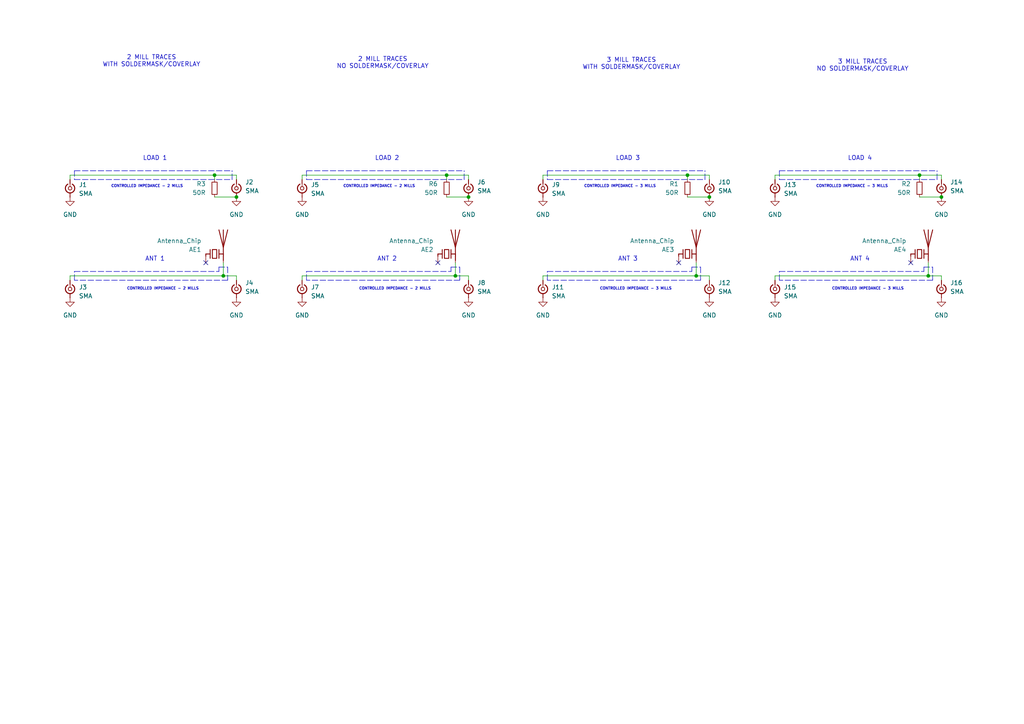
<source format=kicad_sch>
(kicad_sch (version 20231120) (generator "eeschema") (generator_version "8.0")
  (paper "A4")
  (title_block (title "RF Charactarization") (date "2024-06-13") (rev "A"))
  (lib_symbols
    (symbol "Connector:Conn_Coaxial_Small" (pin_numbers hide) (pin_names (offset 1.016) hide)
      (property "Reference" "J" (at 0.254 3.048 0))
      (property "Value" "Conn_Coaxial_Small" (at 0 -3.81 0))
      (symbol "Conn_Coaxial_Small_0_1"
        (polyline (pts (xy -2.54 0) (xy -0.508 0)))
        (circle (center 0 0) (radius 0.508) (stroke (width 0.2032)))
      )
      (symbol "Conn_Coaxial_Small_1_1"
        (arc (start -1.1916 -0.6311) (mid 0.327 -1.3081) (end 1.3484 0.0039) (stroke (width 0.3048)))
        (arc (start 1.3484 -0.0039) (mid 0.327 1.3081) (end -1.1916 0.6311) (stroke (width 0.3048)))
        (pin passive line (at -2.54 0 0) (length 1.27) (name "In") (number "1"))
        (pin passive line (at 2.54 0 180) (length 1.27) (name "Ext") (number "2"))
      )
    )
    (symbol "Device:Antenna_Chip" (pin_numbers hide) (pin_names (offset 1.016) hide)
      (property "Reference" "AE" (at 0 5.08 0))
      (property "Value" "Antenna_Chip" (at 0 3.175 0))
      (symbol "Antenna_Chip_0_1"
        (polyline (pts (xy -2.54 0) (xy -2.54 -0.635)) (stroke (width 0.254)))
        (polyline (pts (xy -2.54 0) (xy -1.27 0)) (stroke (width 0.254)))
        (polyline (pts (xy 1.27 0) (xy 2.54 0)) (stroke (width 0.254)))
        (polyline (pts (xy 1.27 1.27) (xy 1.27 -1.27)) (stroke (width 0.254)))
        (polyline (pts (xy 2.54 -0.635) (xy 2.54 0)))
        (polyline (pts (xy 2.54 6.985) (xy 2.54 -1.905)) (stroke (width 0.254)))
        (polyline (pts (xy -1.27 1.27) (xy -1.27 -1.27) (xy -1.27 0)) (stroke (width 0.254)))
        (polyline (pts (xy 3.81 6.985) (xy 2.54 1.905) (xy 1.27 6.985)) (stroke (width 0.254)))
        (polyline (pts (xy -0.635 1.27) (xy 0.635 1.27) (xy 0.635 -1.27) (xy -0.635 -1.27) (xy -0.635 1.27)) (stroke (width 0.254)))
      )
      (symbol "Antenna_Chip_1_1"
        (pin input line (at -2.54 -2.54 90) (length 2.54) (name "FEED") (number "1"))
        (pin passive line (at 2.54 -2.54 90) (length 2.54) (name "PCB_Trace") (number "2"))
      )
    )
    (symbol "Device:R_Small" (pin_numbers hide) (pin_names (offset 0.254) hide)
      (property "Reference" "R" (at 0.762 0.508 0))
      (property "Value" "R_Small" (at 0.762 -1.016 0))
      (symbol "R_Small_0_1"
        (rectangle (start -0.762 1.778) (end 0.762 -1.778) (stroke (width 0.2032)))
      )
      (symbol "R_Small_1_1"
        (pin passive line (at 0 2.54 270) (length 0.762) (name "~") (number "1"))
        (pin passive line (at 0 -2.54 90) (length 0.762) (name "~") (number "2"))
      )
    )
    (symbol "power:GND" (power) (pin_numbers hide) (pin_names (offset 0) hide)
      (property "Value" "GND" (at 0 -3.81 0))
      (symbol "GND_0_1"
        (polyline (pts (xy 0 0) (xy 0 -1.27) (xy 1.27 -1.27) (xy 0 -2.54) (xy -1.27 -1.27) (xy 0 -1.27)))
      )
      (symbol "GND_1_1"
        (pin power_in line (at 0 0 270) (length 0) (name "~") (number "1"))
      )
    )
  )
  (junction (at 129.54 50.8))
  (junction (at 62.23 50.8))
  (junction (at 205.74 57.15))
  (junction (at 201.93 80.01))
  (junction (at 135.89 57.15))
  (junction (at 64.77 80.01))
  (junction (at 273.05 57.15))
  (junction (at 199.39 50.8))
  (junction (at 68.58 57.15))
  (junction (at 269.24 80.01))
  (junction (at 132.08 80.01))
  (junction (at 266.7 50.8))
  (no_connect (at 264.16 76.2))
  (no_connect (at 59.69 76.2))
  (no_connect (at 127 76.2))
  (no_connect (at 196.85 76.2))
  (wire (pts (xy 62.23 50.8) (xy 68.58 50.8)))
  (polyline (pts (xy 88.9 78.74) (xy 130.81 78.74)) (stroke (width 0) (type dash)))
  (polyline (pts (xy 66.04 77.47) (xy 66.04 81.28)) (stroke (width 0) (type dash)))
  (wire (pts (xy 135.89 50.8) (xy 135.89 52.07)))
  (wire (pts (xy 68.58 50.8) (xy 68.58 52.07)))
  (wire (pts (xy 129.54 57.15) (xy 135.89 57.15)))
  (polyline (pts (xy 158.75 49.53) (xy 158.75 52.07)) (stroke (width 0) (type dash)))
  (wire (pts (xy 199.39 50.8) (xy 205.74 50.8)))
  (polyline (pts (xy 270.51 81.28) (xy 226.06 81.28)) (stroke (width 0) (type dash)))
  (polyline (pts (xy 66.04 81.28) (xy 21.59 81.28)) (stroke (width 0) (type dash)))
  (polyline (pts (xy 158.75 52.07) (xy 204.47 52.07)) (stroke (width 0) (type dash)))
  (polyline (pts (xy 21.59 52.07) (xy 67.31 52.07)) (stroke (width 0) (type dash)))
  (wire (pts (xy 132.08 80.01) (xy 135.89 80.01)))
  (polyline (pts (xy 226.06 49.53) (xy 226.06 52.07)) (stroke (width 0) (type dash)))
  (wire (pts (xy 87.63 80.01) (xy 132.08 80.01)))
  (wire (pts (xy 62.23 52.07) (xy 62.23 50.8)))
  (polyline (pts (xy 133.35 77.47) (xy 133.35 81.28)) (stroke (width 0) (type dash)))
  (polyline (pts (xy 203.2 77.47) (xy 203.2 81.28)) (stroke (width 0) (type dash)))
  (polyline (pts (xy 158.75 49.53) (xy 204.47 49.53)) (stroke (width 0) (type dash)))
  (wire (pts (xy 64.77 80.01) (xy 68.58 80.01)))
  (wire (pts (xy 68.58 80.01) (xy 68.58 81.28)))
  (polyline (pts (xy 271.78 52.07) (xy 271.78 49.53)) (stroke (width 0) (type dash)))
  (polyline (pts (xy 203.2 81.28) (xy 158.75 81.28)) (stroke (width 0) (type dash)))
  (polyline (pts (xy 200.66 78.74) (xy 200.66 77.47)) (stroke (width 0) (type dash)))
  (polyline (pts (xy 204.47 52.07) (xy 204.47 49.53)) (stroke (width 0) (type dash)))
  (wire (pts (xy 20.32 50.8) (xy 20.32 52.07)))
  (wire (pts (xy 20.32 50.8) (xy 62.23 50.8)))
  (wire (pts (xy 87.63 50.8) (xy 129.54 50.8)))
  (polyline (pts (xy 200.66 77.47) (xy 203.2 77.47)) (stroke (width 0) (type dash)))
  (polyline (pts (xy 134.62 52.07) (xy 134.62 49.53)) (stroke (width 0) (type dash)))
  (wire (pts (xy 224.79 80.01) (xy 224.79 81.28)))
  (wire (pts (xy 132.08 76.2) (xy 132.08 80.01)))
  (wire (pts (xy 205.74 50.8) (xy 205.74 52.07)))
  (wire (pts (xy 266.7 50.8) (xy 273.05 50.8)))
  (wire (pts (xy 199.39 52.07) (xy 199.39 50.8)))
  (polyline (pts (xy 130.81 78.74) (xy 130.81 77.47)) (stroke (width 0) (type dash)))
  (wire (pts (xy 273.05 80.01) (xy 273.05 81.28)))
  (polyline (pts (xy 63.5 77.47) (xy 66.04 77.47)) (stroke (width 0) (type dash)))
  (wire (pts (xy 205.74 80.01) (xy 205.74 81.28)))
  (wire (pts (xy 201.93 80.01) (xy 205.74 80.01)))
  (polyline (pts (xy 88.9 52.07) (xy 134.62 52.07)) (stroke (width 0) (type dash)))
  (polyline (pts (xy 21.59 78.74) (xy 63.5 78.74)) (stroke (width 0) (type dash)))
  (wire (pts (xy 135.89 80.01) (xy 135.89 81.28)))
  (polyline (pts (xy 267.97 77.47) (xy 270.51 77.47)) (stroke (width 0) (type dash)))
  (polyline (pts (xy 226.06 78.74) (xy 267.97 78.74)) (stroke (width 0) (type dash)))
  (wire (pts (xy 129.54 50.8) (xy 135.89 50.8)))
  (wire (pts (xy 87.63 50.8) (xy 87.63 52.07)))
  (wire (pts (xy 224.79 80.01) (xy 269.24 80.01)))
  (wire (pts (xy 266.7 57.15) (xy 273.05 57.15)))
  (polyline (pts (xy 88.9 81.28) (xy 88.9 78.74)) (stroke (width 0) (type dash)))
  (wire (pts (xy 269.24 76.2) (xy 269.24 80.01)))
  (polyline (pts (xy 226.06 52.07) (xy 271.78 52.07)) (stroke (width 0) (type dash)))
  (wire (pts (xy 157.48 50.8) (xy 157.48 52.07)))
  (polyline (pts (xy 158.75 78.74) (xy 200.66 78.74)) (stroke (width 0) (type dash)))
  (polyline (pts (xy 270.51 77.47) (xy 270.51 81.28)) (stroke (width 0) (type dash)))
  (wire (pts (xy 157.48 50.8) (xy 199.39 50.8)))
  (wire (pts (xy 266.7 52.07) (xy 266.7 50.8)))
  (wire (pts (xy 269.24 80.01) (xy 273.05 80.01)))
  (wire (pts (xy 224.79 50.8) (xy 224.79 52.07)))
  (polyline (pts (xy 130.81 77.47) (xy 133.35 77.47)) (stroke (width 0) (type dash)))
  (polyline (pts (xy 21.59 49.53) (xy 67.31 49.53)) (stroke (width 0) (type dash)))
  (wire (pts (xy 199.39 57.15) (xy 205.74 57.15)))
  (wire (pts (xy 87.63 80.01) (xy 87.63 81.28)))
  (polyline (pts (xy 88.9 49.53) (xy 88.9 52.07)) (stroke (width 0) (type dash)))
  (polyline (pts (xy 21.59 49.53) (xy 21.59 52.07)) (stroke (width 0) (type dash)))
  (polyline (pts (xy 21.59 81.28) (xy 21.59 78.74)) (stroke (width 0) (type dash)))
  (polyline (pts (xy 226.06 81.28) (xy 226.06 78.74)) (stroke (width 0) (type dash)))
  (wire (pts (xy 129.54 52.07) (xy 129.54 50.8)))
  (polyline (pts (xy 63.5 78.74) (xy 63.5 77.47)) (stroke (width 0) (type dash)))
  (wire (pts (xy 224.79 50.8) (xy 266.7 50.8)))
  (wire (pts (xy 273.05 50.8) (xy 273.05 52.07)))
  (polyline (pts (xy 267.97 78.74) (xy 267.97 77.47)) (stroke (width 0) (type dash)))
  (wire (pts (xy 157.48 80.01) (xy 157.48 81.28)))
  (polyline (pts (xy 133.35 81.28) (xy 88.9 81.28)) (stroke (width 0) (type dash)))
  (wire (pts (xy 62.23 57.15) (xy 68.58 57.15)))
  (wire (pts (xy 20.32 80.01) (xy 20.32 81.28)))
  (wire (pts (xy 20.32 80.01) (xy 64.77 80.01)))
  (wire (pts (xy 201.93 76.2) (xy 201.93 80.01)))
  (polyline (pts (xy 158.75 81.28) (xy 158.75 78.74)) (stroke (width 0) (type dash)))
  (polyline (pts (xy 88.9 49.53) (xy 134.62 49.53)) (stroke (width 0) (type dash)))
  (polyline (pts (xy 226.06 49.53) (xy 271.78 49.53)) (stroke (width 0) (type dash)))
  (wire (pts (xy 157.48 80.01) (xy 201.93 80.01)))
  (polyline (pts (xy 67.31 52.07) (xy 67.31 49.53)) (stroke (width 0) (type dash)))
  (wire (pts (xy 64.77 76.2) (xy 64.77 80.01)))
  (text "LOAD 4" (at 249.428 45.974 0) (effects (font (size 1.27 1.27))))
  (text "ANT 4" (at 249.428 75.184 0) (effects (font (size 1.27 1.27))))
  (text "LOAD 1" (at 44.958 45.974 0) (effects (font (size 1.27 1.27))))
  (text "CONTROLLED IMPEDANCE - 2 MILLS" (at 109.982 54.102 0) (effects (font (size 0.762 0.762))))
  (text "ANT 1" (at 44.958 75.184 0) (effects (font (size 1.27 1.27))))
  (text "3 MILL TRACES\nNO SOLDERMASK/COVERLAY" (at 250.19 19.05 0) (effects (font (size 1.27 1.27))))
  (text "CONTROLLED IMPEDANCE - 2 MILLS" (at 114.554 83.82 0) (effects (font (size 0.762 0.762))))
  (text "3 MILL TRACES\nWITH SOLDERMASK/COVERLAY" (at 183.134 18.542 0) (effects (font (size 1.27 1.27))))
  (text "CONTROLLED IMPEDANCE - 3 MILLS" (at 184.404 83.82 0) (effects (font (size 0.762 0.762))))
  (text "2 MILL TRACES\nNO SOLDERMASK/COVERLAY" (at 110.998 18.288 0) (effects (font (size 1.27 1.27))))
  (text "CONTROLLED IMPEDANCE - 3 MILLS" (at 251.714 83.82 0) (effects (font (size 0.762 0.762))))
  (text "ANT 2" (at 112.268 75.184 0) (effects (font (size 1.27 1.27))))
  (text "CONTROLLED IMPEDANCE - 3 MILLS" (at 247.142 54.102 0) (effects (font (size 0.762 0.762))))
  (text "CONTROLLED IMPEDANCE - 2 MILLS" (at 47.244 83.82 0) (effects (font (size 0.762 0.762))))
  (text "ANT 3" (at 182.118 75.184 0) (effects (font (size 1.27 1.27))))
  (text "CONTROLLED IMPEDANCE - 2 MILLS" (at 42.672 54.102 0) (effects (font (size 0.762 0.762))))
  (text "2 MILL TRACES\nWITH SOLDERMASK/COVERLAY" (at 43.942 17.78 0) (effects (font (size 1.27 1.27))))
  (text "CONTROLLED IMPEDANCE - 3 MILLS" (at 179.832 54.102 0) (effects (font (size 0.762 0.762))))
  (text "LOAD 3" (at 182.118 45.974 0) (effects (font (size 1.27 1.27))))
  (text "LOAD 2" (at 112.268 45.974 0) (effects (font (size 1.27 1.27))))
  (symbol (lib_id "Device:R_Small") (at 62.23 54.61 0) (mirror y) (unit 1)
    (property "Reference" "R3" (at 59.69 53.3399 0) (effects (justify left)))
    (property "Value" "50R" (at 59.69 55.8799 0) (effects (justify left)))
    (property "Footprint" "Resistor_SMD:R_0402_1005Metric" (effects (hide yes)))
    (property "Description" "Resistor, small symbol" (effects (hide yes)))
  )
  (symbol (lib_id "Device:Antenna_Chip") (at 266.7 73.66 0) (unit 1)
    (property "Reference" "AE4" (at 262.89 72.3901 0) (effects (justify right)))
    (property "Value" "Antenna_Chip" (at 262.89 69.8501 0) (effects (justify right)))
    (property "Footprint" "RF_Antenna:Johanson_2450AT18x100" (effects (hide yes)))
    (property "Description" "Ceramic chip antenna with pin for PCB trace" (effects (hide yes)))
  )
  (symbol (lib_id "Connector:Conn_Coaxial_Small") (at 224.79 83.82 270) (unit 1)
    (property "Reference" "J15" (at 227.33 83.312 90) (effects (justify left)))
    (property "Value" "SMA" (at 227.33 85.852 90) (effects (justify left)))
    (property "Footprint" "Connector_Coaxial:SMA_Amphenol_132134-10_Vertical" (effects (hide yes)))
    (property "Description" "small coaxial connector (BNC, SMA, SMB, SMC, Cinch/RCA, LEMO, ...)" (effects (hide yes)))
  )
  (symbol (lib_id "power:GND") (at 273.05 86.36 0) (mirror y) (unit 1)
    (property "Reference" "#PWR014" (effects (hide yes)))
    (property "Value" "GND" (at 273.05 91.44 0))
    (property "Description" "Power symbol creates a global label with name \"GND\" , ground" (effects (hide yes)))
  )
  (symbol (lib_id "power:GND") (at 157.48 86.36 0) (unit 1)
    (property "Reference" "#PWR02" (effects (hide yes)))
    (property "Value" "GND" (at 157.48 91.44 0))
    (property "Description" "Power symbol creates a global label with name \"GND\" , ground" (effects (hide yes)))
  )
  (symbol (lib_id "power:GND") (at 68.58 86.36 0) (mirror y) (unit 1)
    (property "Reference" "#PWR08" (effects (hide yes)))
    (property "Value" "GND" (at 68.58 91.44 0))
    (property "Description" "Power symbol creates a global label with name \"GND\" , ground" (effects (hide yes)))
  )
  (symbol (lib_id "power:GND") (at 205.74 57.15 0) (mirror y) (unit 1)
    (property "Reference" "#PWR03" (effects (hide yes)))
    (property "Value" "GND" (at 205.74 62.23 0))
    (property "Description" "Power symbol creates a global label with name \"GND\" , ground" (effects (hide yes)))
  )
  (symbol (lib_id "Connector:Conn_Coaxial_Small") (at 20.32 83.82 270) (unit 1)
    (property "Reference" "J3" (at 22.86 83.312 90) (effects (justify left)))
    (property "Value" "SMA" (at 22.86 85.852 90) (effects (justify left)))
    (property "Footprint" "Connector_Coaxial:SMA_Amphenol_132134-10_Vertical" (effects (hide yes)))
    (property "Description" "small coaxial connector (BNC, SMA, SMB, SMC, Cinch/RCA, LEMO, ...)" (effects (hide yes)))
  )
  (symbol (lib_id "power:GND") (at 273.05 57.15 0) (mirror y) (unit 1)
    (property "Reference" "#PWR013" (effects (hide yes)))
    (property "Value" "GND" (at 273.05 62.23 0))
    (property "Description" "Power symbol creates a global label with name \"GND\" , ground" (effects (hide yes)))
  )
  (symbol (lib_id "Connector:Conn_Coaxial_Small") (at 135.89 83.82 270) (unit 1)
    (property "Reference" "J8" (at 138.43 82.0303 90) (effects (justify left)))
    (property "Value" "SMA" (at 138.43 84.5703 90) (effects (justify left)))
    (property "Footprint" "Connector_Coaxial:SMA_Amphenol_132134-10_Vertical" (effects (hide yes)))
    (property "Description" "small coaxial connector (BNC, SMA, SMB, SMC, Cinch/RCA, LEMO, ...)" (effects (hide yes)))
  )
  (symbol (lib_id "Connector:Conn_Coaxial_Small") (at 20.32 54.61 270) (unit 1)
    (property "Reference" "J1" (at 22.86 53.594 90) (effects (justify left)))
    (property "Value" "SMA" (at 22.86 56.134 90) (effects (justify left)))
    (property "Footprint" "Connector_Coaxial:SMA_Amphenol_132134-10_Vertical" (effects (hide yes)))
    (property "Description" "small coaxial connector (BNC, SMA, SMB, SMC, Cinch/RCA, LEMO, ...)" (effects (hide yes)))
  )
  (symbol (lib_id "Device:R_Small") (at 266.7 54.61 0) (mirror y) (unit 1)
    (property "Reference" "R2" (at 264.16 53.3399 0) (effects (justify left)))
    (property "Value" "50R" (at 264.16 55.8799 0) (effects (justify left)))
    (property "Footprint" "Resistor_SMD:R_0402_1005Metric" (effects (hide yes)))
    (property "Description" "Resistor, small symbol" (effects (hide yes)))
  )
  (symbol (lib_id "Connector:Conn_Coaxial_Small") (at 87.63 83.82 270) (unit 1)
    (property "Reference" "J7" (at 90.17 83.312 90) (effects (justify left)))
    (property "Value" "SMA" (at 90.17 85.852 90) (effects (justify left)))
    (property "Footprint" "Connector_Coaxial:SMA_Amphenol_132134-10_Vertical" (effects (hide yes)))
    (property "Description" "small coaxial connector (BNC, SMA, SMB, SMC, Cinch/RCA, LEMO, ...)" (effects (hide yes)))
  )
  (symbol (lib_id "Connector:Conn_Coaxial_Small") (at 205.74 83.82 270) (unit 1)
    (property "Reference" "J12" (at 208.28 82.0303 90) (effects (justify left)))
    (property "Value" "SMA" (at 208.28 84.5703 90) (effects (justify left)))
    (property "Footprint" "Connector_Coaxial:SMA_Amphenol_132134-10_Vertical" (effects (hide yes)))
    (property "Description" "small coaxial connector (BNC, SMA, SMB, SMC, Cinch/RCA, LEMO, ...)" (effects (hide yes)))
  )
  (symbol (lib_id "power:GND") (at 224.79 57.15 0) (unit 1)
    (property "Reference" "#PWR09" (effects (hide yes)))
    (property "Value" "GND" (at 224.79 62.23 0))
    (property "Description" "Power symbol creates a global label with name \"GND\" , ground" (effects (hide yes)))
  )
  (symbol (lib_id "power:GND") (at 87.63 86.36 0) (unit 1)
    (property "Reference" "#PWR012" (effects (hide yes)))
    (property "Value" "GND" (at 87.63 91.44 0))
    (property "Description" "Power symbol creates a global label with name \"GND\" , ground" (effects (hide yes)))
  )
  (symbol (lib_id "Connector:Conn_Coaxial_Small") (at 224.79 54.61 270) (unit 1)
    (property "Reference" "J13" (at 227.33 53.594 90) (effects (justify left)))
    (property "Value" "SMA" (at 227.33 56.134 90) (effects (justify left)))
    (property "Footprint" "Connector_Coaxial:SMA_Amphenol_132134-10_Vertical" (effects (hide yes)))
    (property "Description" "small coaxial connector (BNC, SMA, SMB, SMC, Cinch/RCA, LEMO, ...)" (effects (hide yes)))
  )
  (symbol (lib_id "Connector:Conn_Coaxial_Small") (at 205.74 54.61 270) (unit 1)
    (property "Reference" "J10" (at 208.28 52.8203 90) (effects (justify left)))
    (property "Value" "SMA" (at 208.28 55.3603 90) (effects (justify left)))
    (property "Footprint" "Connector_Coaxial:SMA_Amphenol_132134-10_Vertical" (effects (hide yes)))
    (property "Description" "small coaxial connector (BNC, SMA, SMB, SMC, Cinch/RCA, LEMO, ...)" (effects (hide yes)))
  )
  (symbol (lib_id "Connector:Conn_Coaxial_Small") (at 87.63 54.61 270) (unit 1)
    (property "Reference" "J5" (at 90.17 53.594 90) (effects (justify left)))
    (property "Value" "SMA" (at 90.17 56.134 90) (effects (justify left)))
    (property "Footprint" "Connector_Coaxial:SMA_Amphenol_132134-10_Vertical" (effects (hide yes)))
    (property "Description" "small coaxial connector (BNC, SMA, SMB, SMC, Cinch/RCA, LEMO, ...)" (effects (hide yes)))
  )
  (symbol (lib_id "Connector:Conn_Coaxial_Small") (at 68.58 83.82 270) (unit 1)
    (property "Reference" "J4" (at 71.12 82.0303 90) (effects (justify left)))
    (property "Value" "SMA" (at 71.12 84.5703 90) (effects (justify left)))
    (property "Footprint" "Connector_Coaxial:SMA_Amphenol_132134-10_Vertical" (effects (hide yes)))
    (property "Description" "small coaxial connector (BNC, SMA, SMB, SMC, Cinch/RCA, LEMO, ...)" (effects (hide yes)))
  )
  (symbol (lib_id "Device:R_Small") (at 129.54 54.61 0) (mirror y) (unit 1)
    (property "Reference" "R6" (at 127 53.3399 0) (effects (justify left)))
    (property "Value" "50R" (at 127 55.8799 0) (effects (justify left)))
    (property "Footprint" "Resistor_SMD:R_0402_1005Metric" (effects (hide yes)))
    (property "Description" "Resistor, small symbol" (effects (hide yes)))
  )
  (symbol (lib_id "Connector:Conn_Coaxial_Small") (at 68.58 54.61 270) (unit 1)
    (property "Reference" "J2" (at 71.12 52.8203 90) (effects (justify left)))
    (property "Value" "SMA" (at 71.12 55.3603 90) (effects (justify left)))
    (property "Footprint" "Connector_Coaxial:SMA_Amphenol_132134-10_Vertical" (effects (hide yes)))
    (property "Description" "small coaxial connector (BNC, SMA, SMB, SMC, Cinch/RCA, LEMO, ...)" (effects (hide yes)))
  )
  (symbol (lib_id "Device:R_Small") (at 199.39 54.61 0) (mirror y) (unit 1)
    (property "Reference" "R1" (at 196.85 53.3399 0) (effects (justify left)))
    (property "Value" "50R" (at 196.85 55.8799 0) (effects (justify left)))
    (property "Footprint" "Resistor_SMD:R_0402_1005Metric" (effects (hide yes)))
    (property "Description" "Resistor, small symbol" (effects (hide yes)))
  )
  (symbol (lib_id "Device:Antenna_Chip") (at 199.39 73.66 0) (unit 1)
    (property "Reference" "AE3" (at 195.58 72.3901 0) (effects (justify right)))
    (property "Value" "Antenna_Chip" (at 195.58 69.8501 0) (effects (justify right)))
    (property "Footprint" "RF_Antenna:Johanson_2450AT18x100" (effects (hide yes)))
    (property "Description" "Ceramic chip antenna with pin for PCB trace" (effects (hide yes)))
  )
  (symbol (lib_id "power:GND") (at 135.89 86.36 0) (mirror y) (unit 1)
    (property "Reference" "#PWR016" (effects (hide yes)))
    (property "Value" "GND" (at 135.89 91.44 0))
    (property "Description" "Power symbol creates a global label with name \"GND\" , ground" (effects (hide yes)))
  )
  (symbol (lib_id "power:GND") (at 20.32 86.36 0) (unit 1)
    (property "Reference" "#PWR07" (effects (hide yes)))
    (property "Value" "GND" (at 20.32 91.44 0))
    (property "Description" "Power symbol creates a global label with name \"GND\" , ground" (effects (hide yes)))
  )
  (symbol (lib_id "power:GND") (at 135.89 57.15 0) (mirror y) (unit 1)
    (property "Reference" "#PWR015" (effects (hide yes)))
    (property "Value" "GND" (at 135.89 62.23 0))
    (property "Description" "Power symbol creates a global label with name \"GND\" , ground" (effects (hide yes)))
  )
  (symbol (lib_id "Device:Antenna_Chip") (at 129.54 73.66 0) (unit 1)
    (property "Reference" "AE2" (at 125.73 72.3901 0) (effects (justify right)))
    (property "Value" "Antenna_Chip" (at 125.73 69.8501 0) (effects (justify right)))
    (property "Footprint" "RF_Antenna:Johanson_2450AT18x100" (effects (hide yes)))
    (property "Description" "Ceramic chip antenna with pin for PCB trace" (effects (hide yes)))
  )
  (symbol (lib_id "Connector:Conn_Coaxial_Small") (at 135.89 54.61 270) (unit 1)
    (property "Reference" "J6" (at 138.43 52.8203 90) (effects (justify left)))
    (property "Value" "SMA" (at 138.43 55.3603 90) (effects (justify left)))
    (property "Footprint" "Connector_Coaxial:SMA_Amphenol_132134-10_Vertical" (effects (hide yes)))
    (property "Description" "small coaxial connector (BNC, SMA, SMB, SMC, Cinch/RCA, LEMO, ...)" (effects (hide yes)))
  )
  (symbol (lib_id "power:GND") (at 68.58 57.15 0) (mirror y) (unit 1)
    (property "Reference" "#PWR06" (effects (hide yes)))
    (property "Value" "GND" (at 68.58 62.23 0))
    (property "Description" "Power symbol creates a global label with name \"GND\" , ground" (effects (hide yes)))
  )
  (symbol (lib_id "power:GND") (at 157.48 57.15 0) (unit 1)
    (property "Reference" "#PWR01" (effects (hide yes)))
    (property "Value" "GND" (at 157.48 62.23 0))
    (property "Description" "Power symbol creates a global label with name \"GND\" , ground" (effects (hide yes)))
  )
  (symbol (lib_id "power:GND") (at 20.32 57.15 0) (unit 1)
    (property "Reference" "#PWR05" (effects (hide yes)))
    (property "Value" "GND" (at 20.32 62.23 0))
    (property "Description" "Power symbol creates a global label with name \"GND\" , ground" (effects (hide yes)))
  )
  (symbol (lib_id "power:GND") (at 87.63 57.15 0) (unit 1)
    (property "Reference" "#PWR011" (effects (hide yes)))
    (property "Value" "GND" (at 87.63 62.23 0))
    (property "Description" "Power symbol creates a global label with name \"GND\" , ground" (effects (hide yes)))
  )
  (symbol (lib_id "Connector:Conn_Coaxial_Small") (at 157.48 54.61 270) (unit 1)
    (property "Reference" "J9" (at 160.02 53.594 90) (effects (justify left)))
    (property "Value" "SMA" (at 160.02 56.134 90) (effects (justify left)))
    (property "Footprint" "Connector_Coaxial:SMA_Amphenol_132134-10_Vertical" (effects (hide yes)))
    (property "Description" "small coaxial connector (BNC, SMA, SMB, SMC, Cinch/RCA, LEMO, ...)" (effects (hide yes)))
  )
  (symbol (lib_id "Device:Antenna_Chip") (at 62.23 73.66 0) (unit 1)
    (property "Reference" "AE1" (at 58.42 72.3901 0) (effects (justify right)))
    (property "Value" "Antenna_Chip" (at 58.42 69.8501 0) (effects (justify right)))
    (property "Footprint" "RF_Antenna:Johanson_2450AT18x100" (effects (hide yes)))
    (property "Description" "Ceramic chip antenna with pin for PCB trace" (effects (hide yes)))
  )
  (symbol (lib_id "power:GND") (at 205.74 86.36 0) (mirror y) (unit 1)
    (property "Reference" "#PWR04" (effects (hide yes)))
    (property "Value" "GND" (at 205.74 91.44 0))
    (property "Description" "Power symbol creates a global label with name \"GND\" , ground" (effects (hide yes)))
  )
  (symbol (lib_id "Connector:Conn_Coaxial_Small") (at 273.05 54.61 270) (unit 1)
    (property "Reference" "J14" (at 275.59 52.8203 90) (effects (justify left)))
    (property "Value" "SMA" (at 275.59 55.3603 90) (effects (justify left)))
    (property "Footprint" "Connector_Coaxial:SMA_Amphenol_132134-10_Vertical" (effects (hide yes)))
    (property "Description" "small coaxial connector (BNC, SMA, SMB, SMC, Cinch/RCA, LEMO, ...)" (effects (hide yes)))
  )
  (symbol (lib_id "Connector:Conn_Coaxial_Small") (at 273.05 83.82 270) (unit 1)
    (property "Reference" "J16" (at 275.59 82.0303 90) (effects (justify left)))
    (property "Value" "SMA" (at 275.59 84.5703 90) (effects (justify left)))
    (property "Footprint" "Connector_Coaxial:SMA_Amphenol_132134-10_Vertical" (effects (hide yes)))
    (property "Description" "small coaxial connector (BNC, SMA, SMB, SMC, Cinch/RCA, LEMO, ...)" (effects (hide yes)))
  )
  (symbol (lib_id "power:GND") (at 224.79 86.36 0) (unit 1)
    (property "Reference" "#PWR010" (effects (hide yes)))
    (property "Value" "GND" (at 224.79 91.44 0))
    (property "Description" "Power symbol creates a global label with name \"GND\" , ground" (effects (hide yes)))
  )
  (symbol (lib_id "Connector:Conn_Coaxial_Small") (at 157.48 83.82 270) (unit 1)
    (property "Reference" "J11" (at 160.02 83.312 90) (effects (justify left)))
    (property "Value" "SMA" (at 160.02 85.852 90) (effects (justify left)))
    (property "Footprint" "Connector_Coaxial:SMA_Amphenol_132134-10_Vertical" (effects (hide yes)))
    (property "Description" "small coaxial connector (BNC, SMA, SMB, SMC, Cinch/RCA, LEMO, ...)" (effects (hide yes)))
  )
)
</source>
